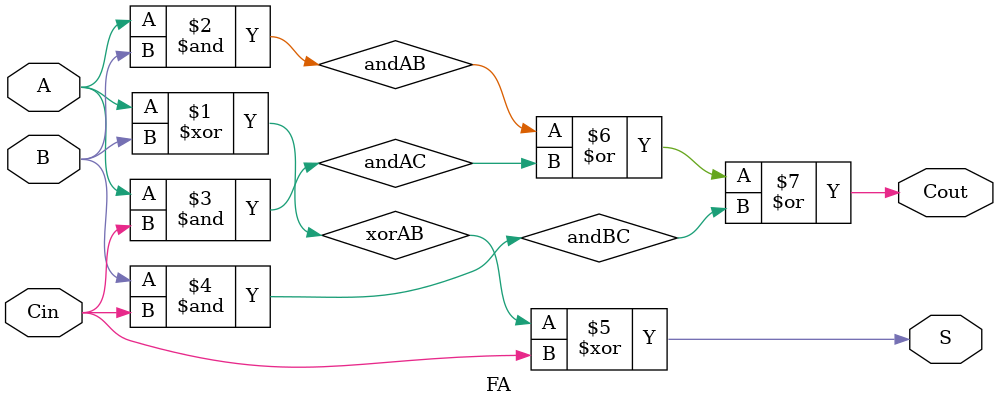
<source format=v>
`timescale 1ns/1ps

module FA(A, B, Cin, S, Cout);
    input A, B, Cin;
    output S, Cout;

    wire xorAB, andAB, andAC, andBC;

    assign xorAB = A ^ B;
    assign andAB = A & B;
    assign andAC = A & Cin;
    assign andBC = B & Cin;

    assign S = xorAB ^ Cin;
    assign Cout = andAB | andAC | andBC;

endmodule
</source>
